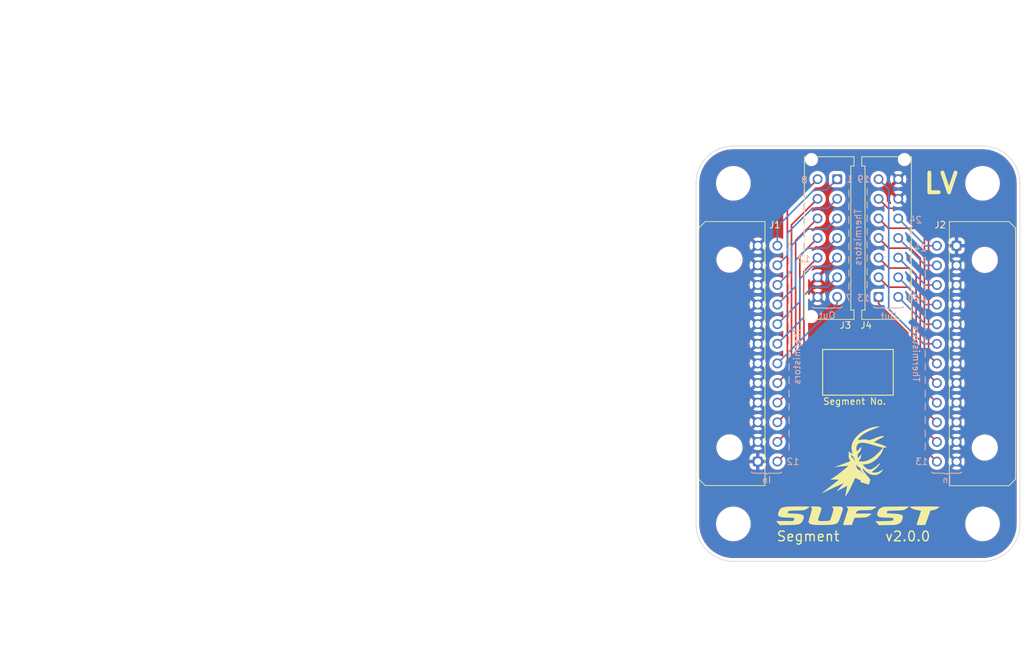
<source format=kicad_pcb>
(kicad_pcb (version 20211014) (generator pcbnew)
  (layers (0 "F.Cu" signal) (31 "B.Cu" signal) (34 "B.Paste" user) (35 "F.Paste" user) (36 "B.SilkS" user "B.Silkscreen") (37 "F.SilkS" user "F.Silkscreen") (38 "B.Mask" user) (39 "F.Mask" user) (44 "Edge.Cuts" user))
  (net 0 "")
  (net 1 "GND")
  (net 2 "/THERM_12")
  (net 3 "/THERM_11")
  (net 4 "/THERM_10")
  (net 5 "/THERM_9")
  (net 6 "/THERM_8")
  (net 7 "/THERM_7")
  (net 8 "/THERM_6")
  (net 9 "/THERM_5")
  (net 10 "/THERM_4")
  (net 11 "/THERM_3")
  (net 12 "/THERM_2")
  (net 13 "/THERM_1")
  (net 14 "/THERM_24")
  (net 15 "/THERM_23")
  (net 16 "/THERM_22")
  (net 17 "/THERM_21")
  (net 18 "/THERM_20")
  (net 19 "/THERM_19")
  (net 20 "/THERM_18")
  (net 21 "/THERM_17")
  (net 22 "/THERM_16")
  (net 23 "/THERM_15")
  (net 24 "/THERM_14")
  (net 25 "/THERM_13")
  (footprint "MountingHole:MountingHole_4.3mm_M4" (layer "F.Cu") (at 167.005 66.04)
    (fp_text reference "H2" hide)
    (fp_text value "MountingHole")
    (pad "" np_thru_hole circle (at 0 0) (size 4.3 4.3) (drill 4.3) (layers *.Cu *.Mask))
  )
  (footprint "Connector_Molex:Molex_Micro-Fit_3.0_43045-2400_2x12_P3.00mm_Horizontal" (layer "F.Cu") (at 163.023 75.58 -90)
    (fp_text reference "J2" (at -3.19 2.495) (layer "F.SilkS"))
    (fp_text value "Thermistors In [13-24]")
    (pad "" np_thru_hole circle (at 2.16 -4.32 270) (size 3 3) (drill 3) (layers *.Cu *.Mask))
    (pad "" np_thru_hole circle (at 30.86 -4.32 270) (size 3 3) (drill 3) (layers *.Cu *.Mask))
    (pad "1" thru_hole roundrect (at 0 0 270) (size 1.5 1.5) (drill 1.02) (layers *.Cu *.Mask) (roundrect_rratio 0.166667) (net 1 "GND"))
    (pad "2" thru_hole circle (at 3 0 270) (size 1.5 1.5) (drill 1.02) (layers *.Cu *.Mask) (net 1 "GND"))
    (pad "3" thru_hole circle (at 6 0 270) (size 1.5 1.5) (drill 1.02) (layers *.Cu *.Mask) (net 1 "GND"))
    (pad "4" thru_hole circle (at 9 0 270) (size 1.5 1.5) (drill 1.02) (layers *.Cu *.Mask) (net 1 "GND"))
    (pad "5" thru_hole circle (at 12 0 270) (size 1.5 1.5) (drill 1.02) (layers *.Cu *.Mask) (net 1 "GND"))
    (pad "6" thru_hole circle (at 15 0 270) (size 1.5 1.5) (drill 1.02) (layers *.Cu *.Mask) (net 1 "GND"))
    (pad "7" thru_hole circle (at 18 0 270) (size 1.5 1.5) (drill 1.02) (layers *.Cu *.Mask) (net 1 "GND"))
    (pad "8" thru_hole circle (at 21 0 270) (size 1.5 1.5) (drill 1.02) (layers *.Cu *.Mask) (net 1 "GND"))
    (pad "9" thru_hole circle (at 24 0 270) (size 1.5 1.5) (drill 1.02) (layers *.Cu *.Mask) (net 1 "GND"))
    (pad "10" thru_hole circle (at 27 0 270) (size 1.5 1.5) (drill 1.02) (layers *.Cu *.Mask) (net 1 "GND"))
    (pad "11" thru_hole circle (at 30 0 270) (size 1.5 1.5) (drill 1.02) (layers *.Cu *.Mask) (net 1 "GND"))
    (pad "12" thru_hole circle (at 33 0 270) (size 1.5 1.5) (drill 1.02) (layers *.Cu *.Mask) (net 1 "GND"))
    (pad "13" thru_hole circle (at 0 3 270) (size 1.5 1.5) (drill 1.02) (layers *.Cu *.Mask) (net 14 "/THERM_24"))
    (pad "14" thru_hole circle (at 3 3 270) (size 1.5 1.5) (drill 1.02) (layers *.Cu *.Mask) (net 15 "/THERM_23"))
    (pad "15" thru_hole circle (at 6 3 270) (size 1.5 1.5) (drill 1.02) (layers *.Cu *.Mask) (net 16 "/THERM_22"))
    (pad "16" thru_hole circle (at 9 3 270) (size 1.5 1.5) (drill 1.02) (layers *.Cu *.Mask) (net 17 "/THERM_21"))
    (pad "17" thru_hole circle (at 12 3 270) (size 1.5 1.5) (drill 1.02) (layers *.Cu *.Mask) (net 18 "/THERM_20"))
    (pad "18" thru_hole circle (at 15 3 270) (size 1.5 1.5) (drill 1.02) (layers *.Cu *.Mask) (net 19 "/THERM_19"))
    (pad "19" thru_hole circle (at 18 3 270) (size 1.5 1.5) (drill 1.02) (layers *.Cu *.Mask) (net 20 "/THERM_18"))
    (pad "20" thru_hole circle (at 21 3 270) (size 1.5 1.5) (drill 1.02) (layers *.Cu *.Mask) (net 21 "/THERM_17"))
    (pad "21" thru_hole circle (at 24 3 270) (size 1.5 1.5) (drill 1.02) (layers *.Cu *.Mask) (net 22 "/THERM_16"))
    (pad "22" thru_hole circle (at 27 3 270) (size 1.5 1.5) (drill 1.02) (layers *.Cu *.Mask) (net 23 "/THERM_15"))
    (pad "23" thru_hole circle (at 30 3 270) (size 1.5 1.5) (drill 1.02) (layers *.Cu *.Mask) (net 24 "/THERM_14"))
    (pad "24" thru_hole circle (at 33 3 270) (size 1.5 1.5) (drill 1.02) (layers *.Cu *.Mask) (net 25 "/THERM_13"))
  )
  (footprint "MountingHole:MountingHole_4.3mm_M4" (layer "F.Cu") (at 128.905 118.11)
    (fp_text reference "H4" hide)
    (fp_text value "MountingHole")
    (pad "" np_thru_hole circle (at 0 0) (size 4.3 4.3) (drill 4.3) (layers *.Cu *.Mask))
  )
  (footprint "Connector_Molex:Molex_Micro-Fit_3.0_43045-1412_2x07_P3.00mm_Vertical" (layer "F.Cu") (at 151.11 83.405 90)
    (fp_text reference "J4" (at -4.335 -1.895) (layer "F.SilkS"))
    (fp_text value "Thermistors Out [13-24]")
    (pad "" np_thru_hole circle (at -3 3.94 90) (size 1 1) (drill 1) (layers *.Cu *.Mask))
    (pad "" np_thru_hole circle (at 21 3.94 90) (size 1 1) (drill 1) (layers *.Cu *.Mask))
    (pad "1" thru_hole roundrect (at 0 0 90) (size 1.5 1.5) (drill 1) (layers *.Cu *.Mask) (roundrect_rratio 0.166667) (net 25 "/THERM_13"))
    (pad "2" thru_hole circle (at 3 0 90) (size 1.5 1.5) (drill 1) (layers *.Cu *.Mask) (net 24 "/THERM_14"))
    (pad "3" thru_hole circle (at 6 0 90) (size 1.5 1.5) (drill 1) (layers *.Cu *.Mask) (net 23 "/THERM_15"))
    (pad "4" thru_hole circle (at 9 0 90) (size 1.5 1.5) (drill 1) (layers *.Cu *.Mask) (net 22 "/THERM_16"))
    (pad "5" thru_hole circle (at 12 0 90) (size 1.5 1.5) (drill 1) (layers *.Cu *.Mask) (net 21 "/THERM_17"))
    (pad "6" thru_hole circle (at 15 0 90) (size 1.5 1.5) (drill 1) (layers *.Cu *.Mask) (net 20 "/THERM_18"))
    (pad "7" thru_hole circle (at 18 0 90) (size 1.5 1.5) (drill 1) (layers *.Cu *.Mask) (net 19 "/THERM_19"))
    (pad "8" thru_hole circle (at 0 3 90) (size 1.5 1.5) (drill 1) (layers *.Cu *.Mask) (net 18 "/THERM_20"))
    (pad "9" thru_hole circle (at 3 3 90) (size 1.5 1.5) (drill 1) (layers *.Cu *.Mask) (net 17 "/THERM_21"))
    (pad "10" thru_hole circle (at 6 3 90) (size 1.5 1.5) (drill 1) (layers *.Cu *.Mask) (net 16 "/THERM_22"))
    (pad "11" thru_hole circle (at 9 3 90) (size 1.5 1.5) (drill 1) (layers *.Cu *.Mask) (net 15 "/THERM_23"))
    (pad "12" thru_hole circle (at 12 3 90) (size 1.5 1.5) (drill 1) (layers *.Cu *.Mask) (net 14 "/THERM_24"))
    (pad "13" thru_hole circle (at 15 3 90) (size 1.5 1.5) (drill 1) (layers *.Cu *.Mask) (net 1 "GND"))
    (pad "14" thru_hole circle (at 18 3 90) (size 1.5 1.5) (drill 1) (layers *.Cu *.Mask) (net 1 "GND"))
  )
  (footprint "Connector_Molex:Molex_Micro-Fit_3.0_43045-1412_2x07_P3.00mm_Vertical" (layer "F.Cu") (at 144.78 65.405 -90)
    (fp_text reference "J3" (at 22.335 -1.26) (layer "F.SilkS"))
    (fp_text value "Thermistors Out [1-12]")
    (pad "" np_thru_hole circle (at -3 3.94 270) (size 1 1) (drill 1) (layers *.Cu *.Mask))
    (pad "" np_thru_hole circle (at 21 3.94 270) (size 1 1) (drill 1) (layers *.Cu *.Mask))
    (pad "1" thru_hole roundrect (at 0 0 270) (size 1.5 1.5) (drill 1) (layers *.Cu *.Mask) (roundrect_rratio 0.166667) (net 13 "/THERM_1"))
    (pad "2" thru_hole circle (at 3 0 270) (size 1.5 1.5) (drill 1) (layers *.Cu *.Mask) (net 12 "/THERM_2"))
    (pad "3" thru_hole circle (at 6 0 270) (size 1.5 1.5) (drill 1) (layers *.Cu *.Mask) (net 11 "/THERM_3"))
    (pad "4" thru_hole circle (at 9 0 270) (size 1.5 1.5) (drill 1) (layers *.Cu *.Mask) (net 10 "/THERM_4"))
    (pad "5" thru_hole circle (at 12 0 270) (size 1.5 1.5) (drill 1) (layers *.Cu *.Mask) (net 9 "/THERM_5"))
    (pad "6" thru_hole circle (at 15 0 270) (size 1.5 1.5) (drill 1) (layers *.Cu *.Mask) (net 8 "/THERM_6"))
    (pad "7" thru_hole circle (at 18 0 270) (size 1.5 1.5) (drill 1) (layers *.Cu *.Mask) (net 7 "/THERM_7"))
    (pad "8" thru_hole circle (at 0 3 270) (size 1.5 1.5) (drill 1) (layers *.Cu *.Mask) (net 6 "/THERM_8"))
    (pad "9" thru_hole circle (at 3 3 270) (size 1.5 1.5) (drill 1) (layers *.Cu *.Mask) (net 5 "/THERM_9"))
    (pad "10" thru_hole circle (at 6 3 270) (size 1.5 1.5) (drill 1) (layers *.Cu *.Mask) (net 4 "/THERM_10"))
    (pad "11" thru_hole circle (at 9 3 270) (size 1.5 1.5) (drill 1) (layers *.Cu *.Mask) (net 3 "/THERM_11"))
    (pad "12" thru_hole circle (at 12 3 270) (size 1.5 1.5) (drill 1) (layers *.Cu *.Mask) (net 2 "/THERM_12"))
    (pad "13" thru_hole circle (at 15 3 270) (size 1.5 1.5) (drill 1) (layers *.Cu *.Mask) (net 1 "GND"))
    (pad "14" thru_hole circle (at 18 3 270) (size 1.5 1.5) (drill 1) (layers *.Cu *.Mask) (net 1 "GND"))
  )
  (footprint "MountingHole:MountingHole_4.3mm_M4" (layer "F.Cu") (at 128.905 66.04)
    (fp_text reference "H3" hide)
    (fp_text value "MountingHole")
    (pad "" np_thru_hole circle (at 0 0) (size 4.3 4.3) (drill 4.3) (layers *.Cu *.Mask))
  )
  (footprint "MountingHole:MountingHole_4.3mm_M4" (layer "F.Cu") (at 167.005 118.11)
    (fp_text reference "H1" hide)
    (fp_text value "MountingHole")
    (pad "" np_thru_hole circle (at 0 0) (size 4.3 4.3) (drill 4.3) (layers *.Cu *.Mask))
  )
  (footprint "LOGO" (layer "F.Cu") (at 147.32 108.585)
    (fp_text reference "G***" hide)
    (fp_text value "LOGO" hide)
  )
  (footprint "Connector_Molex:Molex_Micro-Fit_3.0_43045-2400_2x12_P3.00mm_Horizontal" (layer "F.Cu") (at 132.633 108.57 90)
    (fp_text reference "J1" (at 36.18 2.622 180) (layer "F.SilkS"))
    (fp_text value "Thermistors In [1-12]")
    (pad "" np_thru_hole circle (at 2.16 -4.32 90) (size 3 3) (drill 3) (layers *.Cu *.Mask))
    (pad "" np_thru_hole circle (at 30.86 -4.32 90) (size 3 3) (drill 3) (layers *.Cu *.Mask))
    (pad "1" thru_hole roundrect (at 0 0 90) (size 1.5 1.5) (drill 1.02) (layers *.Cu *.Mask) (roundrect_rratio 0.166667) (net 1 "GND"))
    (pad "2" thru_hole circle (at 3 0 90) (size 1.5 1.5) (drill 1.02) (layers *.Cu *.Mask) (net 1 "GND"))
    (pad "3" thru_hole circle (at 6 0 90) (size 1.5 1.5) (drill 1.02) (layers *.Cu *.Mask) (net 1 "GND"))
    (pad "4" thru_hole circle (at 9 0 90) (size 1.5 1.5) (drill 1.02) (layers *.Cu *.Mask) (net 1 "GND"))
    (pad "5" thru_hole circle (at 12 0 90) (size 1.5 1.5) (drill 1.02) (layers *.Cu *.Mask) (net 1 "GND"))
    (pad "6" thru_hole circle (at 15 0 90) (size 1.5 1.5) (drill 1.02) (layers *.Cu *.Mask) (net 1 "GND"))
    (pad "7" thru_hole circle (at 18 0 90) (size 1.5 1.5) (drill 1.02) (layers *.Cu *.Mask) (net 1 "GND"))
    (pad "8" thru_hole circle (at 21 0 90) (size 1.5 1.5) (drill 1.02) (layers *.Cu *.Mask) (net 1 "GND"))
    (pad "9" thru_hole circle (at 24 0 90) (size 1.5 1.5) (drill 1.02) (layers *.Cu *.Mask) (net 1 "GND"))
    (pad "10" thru_hole circle (at 27 0 90) (size 1.5 1.5) (drill 1.02) (layers *.Cu *.Mask) (net 1 "GND"))
    (pad "11" thru_hole circle (at 30 0 90) (size 1.5 1.5) (drill 1.02) (layers *.Cu *.Mask) (net 1 "GND"))
    (pad "12" thru_hole circle (at 33 0 90) (size 1.5 1.5) (drill 1.02) (layers *.Cu *.Mask) (net 1 "GND"))
    (pad "13" thru_hole circle (at 0 3 90) (size 1.5 1.5) (drill 1.02) (layers *.Cu *.Mask) (net 2 "/THERM_12"))
    (pad "14" thru_hole circle (at 3 3 90) (size 1.5 1.5) (drill 1.02) (layers *.Cu *.Mask) (net 3 "/THERM_11"))
    (pad "15" thru_hole circle (at 6 3 90) (size 1.5 1.5) (drill 1.02) (layers *.Cu *.Mask) (net 4 "/THERM_10"))
    (pad "16" thru_hole circle (at 9 3 90) (size 1.5 1.5) (drill 1.02) (layers *.Cu *.Mask) (net 5 "/THERM_9"))
    (pad "17" thru_hole circle (at 12 3 90) (size 1.5 1.5) (drill 1.02) (layers *.Cu *.Mask) (net 6 "/THERM_8"))
    (pad "18" thru_hole circle (at 15 3 90) (size 1.5 1.5) (drill 1.02) (layers *.Cu *.Mask) (net 7 "/THERM_7"))
    (pad "19" thru_hole circle (at 18 3 90) (size 1.5 1.5) (drill 1.02) (layers *.Cu *.Mask) (net 8 "/THERM_6"))
    (pad "20" thru_hole circle (at 21 3 90) (size 1.5 1.5) (drill 1.02) (layers *.Cu *.Mask) (net 9 "/THERM_5"))
    (pad "21" thru_hole circle (at 24 3 90) (size 1.5 1.5) (drill 1.02) (layers *.Cu *.Mask) (net 10 "/THERM_4"))
    (pad "22" thru_hole circle (at 27 3 90) (size 1.5 1.5) (drill 1.02) (layers *.Cu *.Mask) (net 11 "/THERM_3"))
    (pad "23" thru_hole circle (at 30 3 90) (size 1.5 1.5) (drill 1.02) (layers *.Cu *.Mask) (net 12 "/THERM_2"))
    (pad "24" thru_hole circle (at 33 3 90) (size 1.5 1.5) (drill 1.02) (layers *.Cu *.Mask) (net 13 "/THERM_1"))
  )
  (footprint "LOGO" (layer "F.Cu") (at 147.955 116.84)
    (fp_text reference "G***" hide)
    (fp_text value "LOGO" hide)
  )
  (gr_line (start 146.558 73.152) (end 146.558 74.168) (layer "B.SilkS") (width 0.15))
  (gr_line (start 149.352 76.962) (end 149.352 77.978) (layer "B.SilkS") (width 0.15))
  (gr_line (start 146.558 77.216) (end 146.558 78.232) (layer "B.SilkS") (width 0.15))
  (gr_line (start 137.414 79.375) (end 137.414 80.391) (layer "B.SilkS") (width 0.15))
  (gr_line (start 155.956 72.898) (end 155.956 73.914) (layer "B.SilkS") (width 0.15))
  (gr_line (start 137.414 89.535) (end 137.414 90.551) (layer "B.SilkS") (width 0.15))
  (gr_line (start 137.414 97.663) (end 137.414 98.679) (layer "B.SilkS") (width 0.15))
  (gr_line (start 158.242 95.631) (end 158.242 96.647) (layer "B.SilkS") (width 0.15))
  (gr_line (start 158.242 87.503) (end 158.242 88.519) (layer "B.SilkS") (width 0.15))
  (gr_line (start 137.414 103.759) (end 137.414 104.775) (layer "B.SilkS") (width 0.15))
  (gr_line (start 137.414 93.599) (end 137.414 94.615) (layer "B.SilkS") (width 0.15))
  (gr_line (start 158.242 105.791) (end 158.242 106.807) (layer "B.SilkS") (width 0.15))
  (gr_line (start 137.414 101.727) (end 137.414 102.743) (layer "B.SilkS") (width 0.15))
  (gr_line (start 137.414 85.471) (end 137.414 86.487) (layer "B.SilkS") (width 0.15))
  (gr_line (start 158.242 101.727) (end 158.242 102.743) (layer "B.SilkS") (width 0.15))
  (gr_line (start 137.414 83.439) (end 137.414 84.455) (layer "B.SilkS") (width 0.15))
  (gr_line (start 149.352 74.93) (end 149.352 75.946) (layer "B.SilkS") (width 0.15))
  (gr_line (start 146.558 67.056) (end 146.558 68.072) (layer "B.SilkS") (width 0.15))
  (gr_line (start 158.242 83.439) (end 158.242 84.455) (layer "B.SilkS") (width 0.15))
  (gr_line (start 146.558 71.12) (end 146.558 72.136) (layer "B.SilkS") (width 0.15))
  (gr_line (start 137.414 77.343) (end 137.414 78.359) (layer "B.SilkS") (width 0.15))
  (gr_line (start 137.414 95.631) (end 137.414 96.647) (layer "B.SilkS") (width 0.15))
  (gr_line (start 158.242 99.695) (end 158.242 100.711) (layer "B.SilkS") (width 0.15))
  (gr_line (start 137.414 91.567) (end 137.414 92.583) (layer "B.SilkS") (width 0.15))
  (gr_line (start 149.352 72.898) (end 149.352 73.914) (layer "B.SilkS") (width 0.15))
  (gr_line (start 137.414 99.695) (end 137.414 100.711) (layer "B.SilkS") (width 0.15))
  (gr_line (start 158.242 91.567) (end 158.242 92.583) (layer "B.SilkS") (width 0.15))
  (gr_line (start 137.414 81.407) (end 137.414 82.423) (layer "B.SilkS") (width 0.15))
  (gr_line (start 158.242 81.407) (end 158.242 82.423) (layer "B.SilkS") (width 0.15))
  (gr_line (start 149.352 78.994) (end 149.352 80.01) (layer "B.SilkS") (width 0.15))
  (gr_line (start 155.956 81.026) (end 155.956 82.042) (layer "B.SilkS") (width 0.15))
  (gr_line (start 158.242 85.471) (end 158.242 86.487) (layer "B.SilkS") (width 0.15))
  (gr_line (start 139.7 73.152) (end 139.7 74.168) (layer "B.SilkS") (width 0.15))
  (gr_line (start 146.558 79.248) (end 146.558 80.264) (layer "B.SilkS") (width 0.15))
  (gr_line (start 158.242 93.599) (end 158.242 94.615) (layer "B.SilkS") (width 0.15))
  (gr_line (start 139.7 69.088) (end 139.7 70.104) (layer "B.SilkS") (width 0.15))
  (gr_line (start 137.414 105.791) (end 137.414 106.807) (layer "B.SilkS") (width 0.15))
  (gr_line (start 155.956 74.93) (end 155.956 75.946) (layer "B.SilkS") (width 0.15))
  (gr_line (start 149.352 81.026) (end 149.352 82.042) (layer "B.SilkS") (width 0.15))
  (gr_line (start 158.242 103.759) (end 158.242 104.775) (layer "B.SilkS") (width 0.15))
  (gr_line (start 155.956 78.994) (end 155.956 80.01) (layer "B.SilkS") (width 0.15))
  (gr_line (start 158.242 97.663) (end 158.242 98.679) (layer "B.SilkS") (width 0.15))
  (gr_line (start 158.242 77.343) (end 158.242 78.359) (layer "B.SilkS") (width 0.15))
  (gr_line (start 158.242 79.375) (end 158.242 80.391) (layer "B.SilkS") (width 0.15))
  (gr_line (start 158.242 89.535) (end 158.242 90.551) (layer "B.SilkS") (width 0.15))
  (gr_line (start 139.7 67.056) (end 139.7 68.072) (layer "B.SilkS") (width 0.15))
  (gr_line (start 146.558 75.184) (end 146.558 76.2) (layer "B.SilkS") (width 0.15))
  (gr_line (start 149.352 68.834) (end 149.352 69.85) (layer "B.SilkS") (width 0.15))
  (gr_line (start 155.956 76.962) (end 155.956 77.978) (layer "B.SilkS") (width 0.15))
  (gr_line (start 149.352 70.866) (end 149.352 71.882) (layer "B.SilkS") (width 0.15))
  (gr_line (start 137.414 87.503) (end 137.414 88.519) (layer "B.SilkS") (width 0.15))
  (gr_line (start 149.352 66.802) (end 149.352 67.818) (layer "B.SilkS") (width 0.15))
  (gr_line (start 146.558 81.28) (end 146.558 82.296) (layer "B.SilkS") (width 0.15))
  (gr_line (start 139.7 71.12) (end 139.7 72.136) (layer "B.SilkS") (width 0.15))
  (gr_line (start 139.7 75.184) (end 139.7 76.2) (layer "B.SilkS") (width 0.15))
  (gr_line (start 146.558 69.088) (end 146.558 70.104) (layer "B.SilkS") (width 0.15))
  (gr_rect (start 153.3525 98.425) (end 142.5575 91.44) (layer "F.SilkS") (width 0.15) (fill none))
  (gr_arc (start 172.72 118.11) (mid 171.046115 122.151115) (end 167.005 123.825) (layer "Edge.Cuts") (width 0.1))
  (gr_arc (start 128.905 123.825) (mid 124.863885 122.151115) (end 123.19 118.11) (layer "Edge.Cuts") (width 0.1))
  (gr_line (start 128.905 60.325) (end 167.005 60.325) (layer "Edge.Cuts") (width 0.1))
  (gr_arc (start 167.005 60.325) (mid 171.046115 61.998885) (end 172.72 66.04) (layer "Edge.Cuts") (width 0.1))
  (gr_line (start 128.905 123.825) (end 167.005 123.825) (layer "Edge.Cuts") (width 0.1))
  (gr_line (start 123.19 66.04) (end 123.19 118.11) (layer "Edge.Cuts") (width 0.1))
  (gr_arc (start 123.19 66.04) (mid 124.863885 61.998885) (end 128.905 60.325) (layer "Edge.Cuts") (width 0.1))
  (gr_line (start 172.72 118.11) (end 172.72 66.04) (layer "Edge.Cuts") (width 0.1))
  (gr_text "12" (at 139.065 108.585) (layer "B.SilkS") (effects (font (size 1 1)) (justify left mirror)))
  (gr_text "19" (at 149.86 65.405) (layer "B.SilkS") (effects (font (size 1 1)) (justify left mirror)))
  (gr_text "Thermistors" (at 147.955 69.85 90) (layer "B.SilkS") (effects (font (size 1 1)) (justify left mirror)))
  (gr_text "13" (at 158.75 108.585) (layer "B.SilkS") (effects (font (size 1 1)) (justify left mirror)))
  (gr_text "Thermistors" (at 138.628765 88.026303 90) (layer "B.SilkS") (effects (font (size 1 1)) (justify left mirror)))
  (gr_text "24" (at 155.702 71.628) (layer "B.SilkS") (effects (font (size 1 1)) (justify right mirror)))
  (gr_text "12" (at 138.684 77.597) (layer "B.SilkS") (effects (font (size 1 1)) (justify right mirror)))
  (gr_text "In" (at 133.985 111.379) (layer "B.SilkS") (effects (font (size 1 1)) (justify mirror)))
  (gr_text "}" (at 152.4 85.09 90) (layer "B.SilkS") (effects (font (size 3 1)) (justify mirror)))
  (gr_text "}" (at 161.29 110.363 90) (layer "B.SilkS") (effects (font (size 3 1)) (justify mirror)))
  (gr_text "1" (at 137.922 75.692) (layer "B.SilkS") (effects (font (size 1 1)) (justify left mirror)))
  (gr_text "In" (at 161.544 111.379) (layer "B.SilkS") (effects (font (size 1 1)) (justify mirror)))
  (gr_text "24" (at 158.496 75.946) (layer "B.SilkS") (effects (font (size 1 1)) (justify left mirror)))
  (gr_text "8" (at 139.192 65.532) (layer "B.SilkS") (effects (font (size 1 1)) (justify right mirror)))
  (gr_text "20" (at 155.448 83.566) (layer "B.SilkS") (effects (font (size 1 1)) (justify right mirror)))
  (gr_text "Out" (at 143.256 86.233) (layer "B.SilkS") (effects (font (size 1 1)) (justify mirror)))
  (gr_text "}" (at 133.731 110.363 90) (layer "B.SilkS") (effects (font (size 3 1)) (justify mirror)))
  (gr_text "13" (at 149.86 83.566) (layer "B.SilkS") (effects (font (size 1 1)) (justify left mirror)))
  (gr_text "}" (at 143.002 85.09 90) (layer "B.SilkS") (effects (font (size 3 1)) (justify mirror)))
  (gr_text "Thermistors" (at 156.845 96.52 270) (layer "B.SilkS") (effects (font (size 1 1)) (justify left mirror)))
  (gr_text "7" (at 146.558 83.566) (layer "B.SilkS") (effects (font (size 1 1)) (justify mirror)))
  (gr_text "Out" (at 152.654 86.36) (layer "B.SilkS") (effects (font (size 1 1)) (justify mirror)))
  (gr_text "1" (at 146.685 65.405) (layer "B.SilkS") (effects (font (size 1 1)) (justify mirror)))
  (gr_text "Segment No." (at 142.5575 99.3775) (layer "F.SilkS") (effects (font (size 1 1)) (justify left)))
  (gr_text "LV" (at 160.655 66.04) (layer "F.SilkS") (effects (font (size 3 3) (thickness 0.6))))
  (gr_text "v2.0.0" (at 155.575 120.015) (layer "F.SilkS") (effects (font (size 1.5 1.5) (thickness 0.2))))
  (gr_text "Segment" (at 140.335 120.015) (layer "F.SilkS") (effects (font (size 1.5 1.5) (thickness 0.2))))
  (segment (start 139.7 79.485) (end 139.7 104.503) (width 0.25) (layer "F.Cu") (net 2))
  (segment (start 139.7 104.503) (end 135.633 108.57) (width 0.25) (layer "F.Cu") (net 2))
  (segment (start 141.78 77.405) (end 139.7 79.485) (width 0.25) (layer "F.Cu") (net 2))
  (segment (start 135.633 105.57) (end 139.065 102.138) (width 0.25) (layer "F.Cu") (net 3))
  (segment (start 139.065 102.138) (end 139.065 77.12) (width 0.25) (layer "F.Cu") (net 3))
  (segment (start 139.065 77.12) (end 141.78 74.405) (width 0.25) (layer "F.Cu") (net 3))
  (segment (start 135.633 102.57) (end 138.43 99.773) (width 0.25) (layer "F.Cu") (net 4))
  (segment (start 138.43 74.755) (end 141.78 71.405) (width 0.25) (layer "F.Cu") (net 4))
  (segment (start 138.43 99.773) (end 138.43 74.755) (width 0.25) (layer "F.Cu") (net 4))
  (segment (start 137.795 97.408) (end 137.795 72.39) (width 0.25) (layer "F.Cu") (net 5))
  (segment (start 135.633 99.57) (end 137.795 97.408) (width 0.25) (layer "F.Cu") (net 5))
  (segment (start 137.795 72.39) (end 141.78 68.405) (width 0.25) (layer "F.Cu") (net 5))
  (segment (start 137.16 70.025) (end 141.78 65.405) (width 0.25) (layer "F.Cu") (net 6))
  (segment (start 135.633 96.57) (end 137.16 95.043) (width 0.25) (layer "F.Cu") (net 6))
  (segment (start 137.16 95.043) (end 137.16 70.025) (width 0.25) (layer "F.Cu") (net 6))
  (segment (start 141.605 87.63) (end 144.78 84.455) (width 0.25) (layer "B.Cu") (net 7))
  (segment (start 141.573 87.63) (end 141.605 87.63) (width 0.25) (layer "B.Cu") (net 7))
  (segment (start 144.78 84.455) (end 144.78 83.405) (width 0.25) (layer "B.Cu") (net 7))
  (segment (start 135.633 93.57) (end 141.573 87.63) (width 0.25) (layer "B.Cu") (net 7))
  (segment (start 140.97 81.915) (end 139.7 83.185) (width 0.25) (layer "B.Cu") (net 8))
  (segment (start 144.78 80.405) (end 143.27 81.915) (width 0.25) (layer "B.Cu") (net 8))
  (segment (start 139.7 83.185) (end 139.7 86.503) (width 0.25) (layer "B.Cu") (net 8))
  (segment (start 139.7 86.503) (end 135.633 90.57) (width 0.25) (layer "B.Cu") (net 8))
  (segment (start 143.27 81.915) (end 140.97 81.915) (width 0.25) (layer "B.Cu") (net 8))
  (segment (start 143.445 78.74) (end 144.78 77.405) (width 0.25) (layer "B.Cu") (net 9))
  (segment (start 140.97 78.74) (end 143.445 78.74) (width 0.25) (layer "B.Cu") (net 9))
  (segment (start 139.065 84.138) (end 139.065 80.645) (width 0.25) (layer "B.Cu") (net 9))
  (segment (start 139.065 80.645) (end 140.97 78.74) (width 0.25) (layer "B.Cu") (net 9))
  (segment (start 135.633 87.57) (end 139.065 84.138) (width 0.25) (layer "B.Cu") (net 9))
  (segment (start 143.239 75.946) (end 140.2715 75.946) (width 0.25) (layer "B.Cu") (net 10))
  (segment (start 140.2715 75.946) (end 138.43 77.7875) (width 0.25) (layer "B.Cu") (net 10))
  (segment (start 144.78 74.405) (end 143.239 75.946) (width 0.25) (layer "B.Cu") (net 10))
  (segment (start 138.43 81.773) (end 135.633 84.57) (width 0.25) (layer "B.Cu") (net 10))
  (segment (start 138.43 77.7875) (end 138.43 81.773) (width 0.25) (layer "B.Cu") (net 10))
  (segment (start 137.795 75.565) (end 137.795 79.408) (width 0.25) (layer "B.Cu") (net 11))
  (segment (start 137.795 79.408) (end 135.633 81.57) (width 0.25) (layer "B.Cu") (net 11))
  (segment (start 143.16 73.025) (end 140.335 73.025) (width 0.25) (layer "B.Cu") (net 11))
  (segment (start 144.78 71.405) (end 143.16 73.025) (width 0.25) (layer "B.Cu") (net 11))
  (segment (start 140.335 73.025) (end 137.795 75.565) (width 0.25) (layer "B.Cu") (net 11))
  (segment (start 140.968604 69.85) (end 137.16 73.658604) (width 0.25) (layer "B.Cu") (net 12))
  (segment (start 137.16 77.043) (end 135.633 78.57) (width 0.25) (layer "B.Cu") (net 12))
  (segment (start 137.16 73.658604) (end 137.16 77.043) (width 0.25) (layer "B.Cu") (net 12))
  (segment (start 143.335 69.85) (end 140.968604 69.85) (width 0.25) (layer "B.Cu") (net 12))
  (segment (start 144.78 68.405) (end 143.335 69.85) (width 0.25) (layer "B.Cu") (net 12))
  (segment (start 143.129 67.056) (end 141.224 67.056) (width 0.25) (layer "B.Cu") (net 13))
  (segment (start 144.78 65.405) (end 143.129 67.056) (width 0.25) (layer "B.Cu") (net 13))
  (segment (start 135.633 72.647) (end 135.633 75.57) (width 0.25) (layer "B.Cu") (net 13))
  (segment (start 141.224 67.056) (end 135.633 72.647) (width 0.25) (layer "B.Cu") (net 13))
  (segment (start 160.023 75.58) (end 158.285 75.58) (width 0.25) (layer "B.Cu") (net 14))
  (segment (start 158.285 75.58) (end 154.11 71.405) (width 0.25) (layer "B.Cu") (net 14))
  (segment (start 160.023 78.58) (end 158.285 78.58) (width 0.25) (layer "B.Cu") (net 15))
  (segment (start 158.285 78.58) (end 154.11 74.405) (width 0.25) (layer "B.Cu") (net 15))
  (segment (start 160.023 81.58) (end 158.285 81.58) (width 0.25) (layer "B.Cu") (net 16))
  (segment (start 158.285 81.58) (end 154.11 77.405) (width 0.25) (layer "B.Cu") (net 16))
  (segment (start 160.023 84.58) (end 158.285 84.58) (width 0.25) (layer "B.Cu") (net 17))
  (segment (start 158.285 84.58) (end 154.11 80.405) (width 0.25) (layer "B.Cu") (net 17))
  (segment (start 158.285 87.58) (end 154.11 83.405) (width 0.25) (layer "B.Cu") (net 18))
  (segment (start 160.023 87.58) (end 158.285 87.58) (width 0.25) (layer "B.Cu") (net 18))
  (segment (start 160.023 90.58) (end 157.987561 90.58) (width 0.25) (layer "B.Cu") (net 19))
  (segment (start 152.654 66.949) (end 151.11 65.405) (width 0.25) (layer "B.Cu") (net 19))
  (segment (start 157.987561 90.58) (end 152.654 85.246439) (width 0.25) (layer "B.Cu") (net 19))
  (segment (start 152.654 85.246439) (end 152.654 66.949) (width 0.25) (layer "B.Cu") (net 19))
  (segment (start 152.555 69.85) (end 151.11 68.405) (width 0.25) (layer "F.Cu") (net 20))
  (segment (start 160.023 93.58) (end 158.75 92.307) (width 0.25) (layer "F.Cu") (net 20))
  (segment (start 156.21 69.85) (end 152.555 69.85) (width 0.25) (layer "F.Cu") (net 20))
  (segment (start 158.75 92.307) (end 158.75 72.39) (width 0.25) (layer "F.Cu") (net 20))
  (segment (start 158.75 72.39) (end 156.21 69.85) (width 0.25) (layer "F.Cu") (net 20))
  (segment (start 158.115 74.295) (end 158.115 94.672) (width 0.25) (layer "F.Cu") (net 21))
  (segment (start 151.11 71.405) (end 152.603 72.898) (width 0.25) (layer "F.Cu") (net 21))
  (segment (start 158.115 94.672) (end 160.023 96.58) (width 0.25) (layer "F.Cu") (net 21))
  (segment (start 152.603 72.898) (end 156.718 72.898) (width 0.25) (layer "F.Cu") (net 21))
  (segment (start 156.718 72.898) (end 158.115 74.295) (width 0.25) (layer "F.Cu") (net 21))
  (segment (start 157.48 97.037) (end 160.023 99.58) (width 0.25) (layer "F.Cu") (net 22))
  (segment (start 155.956 75.946) (end 157.48 77.47) (width 0.25) (layer "F.Cu") (net 22))
  (segment (start 152.651 75.946) (end 155.956 75.946) (width 0.25) (layer "F.Cu") (net 22))
  (segment (start 151.11 74.405) (end 152.651 75.946) (width 0.25) (layer "F.Cu") (net 22))
  (segment (start 157.48 77.47) (end 157.48 97.037) (width 0.25) (layer "F.Cu") (net 22))
  (segment (start 152.699 78.994) (end 155.829 78.994) (width 0.25) (layer "F.Cu") (net 23))
  (segment (start 156.845 99.402) (end 160.023 102.58) (width 0.25) (layer "F.Cu") (net 23))
  (segment (start 156.845 80.01) (end 156.845 99.402) (width 0.25) (layer "F.Cu") (net 23))
  (segment (start 155.829 78.994) (end 156.845 80.01) (width 0.25) (layer "F.Cu") (net 23))
  (segment (start 151.11 77.405) (end 152.699 78.994) (width 0.25) (layer "F.Cu") (net 23))
  (segment (start 156.21 82.55) (end 156.21 101.767) (width 0.25) (layer "F.Cu") (net 24))
  (segment (start 152.62 81.915) (end 155.575 81.915) (width 0.25) (layer "F.Cu") (net 24))
  (segment (start 156.21 101.767) (end 160.023 105.58) (width 0.25) (layer "F.Cu") (net 24))
  (segment (start 151.11 80.405) (end 152.62 81.915) (width 0.25) (layer "F.Cu") (net 24))
  (segment (start 155.575 81.915) (end 156.21 82.55) (width 0.25) (layer "F.Cu") (net 24))
  (segment (start 151.11 84.435) (end 151.11 83.405) (width 0.25) (layer "F.Cu") (net 25))
  (segment (start 155.575 88.9) (end 151.11 84.435) (width 0.25) (layer "F.Cu") (net 25))
  (segment (start 160.023 108.58) (end 155.575 104.132) (width 0.25) (layer "F.Cu") (net 25))
  (segment (start 155.575 104.132) (end 155.575 88.9) (width 0.25) (layer "F.Cu") (net 25))
  (zone (net 1) (net_name "GND") (layers F&B.Cu) (connect_pads (clearance 0.508)) (min_thickness 0.254) (fill yes (thermal_gap 0.508) (thermal_bridge_width 0.508))
    (polygon (pts (xy 173.355 123.825) (xy 123.19 123.825) (xy 123.19 60.325) (xy 172.72 60.325)))
  )
)
</source>
